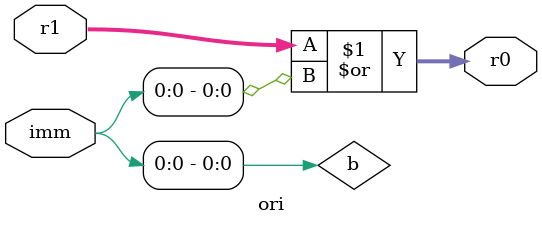
<source format=v>
module ori(r0, r1, imm);
    input [31:0] r1;
    input [15:0] imm;
    output [31:0] r0;

    wire b ={{16{imm[15]}}, imm};

    assign r0 = r1 | b;

endmodule

</source>
